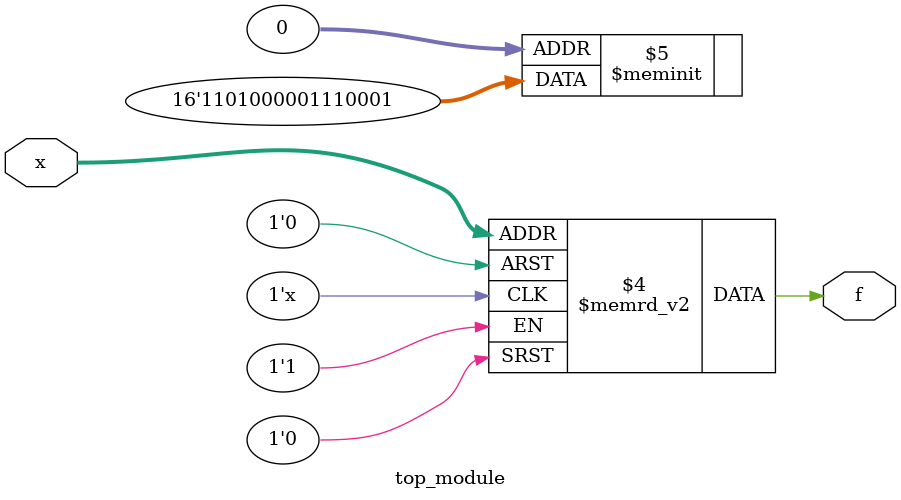
<source format=v>
module top_module (
	input [4:1] x,
	output reg f
);

always @(*) begin
		case (x) 
			4'h0: f = 1;
			4'h1: f = 0;
			4'h1: f = 1;
			4'h2: f = 0;
			4'h3: f = 0;
			4'h4: f = 1;
			4'h5: f = 1;
			4'h6: f = 1;
			4'h7: f = 0;
			4'h8: f = 0;
			4'h9: f = 0;
			4'ha: f = 0;
			4'hb: f = 0;
			4'hc: f = 1;
			4'hd: f = 0;
			4'he: f = 1;
			4'hf: f = 1;
			default: f = 0;
		endcase
	end

endmodule
</source>
